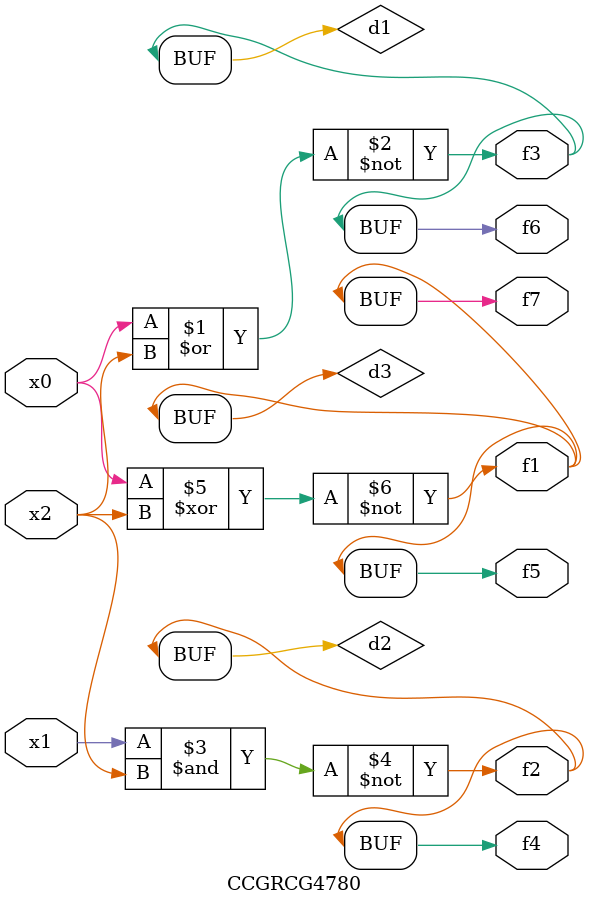
<source format=v>
module CCGRCG4780(
	input x0, x1, x2,
	output f1, f2, f3, f4, f5, f6, f7
);

	wire d1, d2, d3;

	nor (d1, x0, x2);
	nand (d2, x1, x2);
	xnor (d3, x0, x2);
	assign f1 = d3;
	assign f2 = d2;
	assign f3 = d1;
	assign f4 = d2;
	assign f5 = d3;
	assign f6 = d1;
	assign f7 = d3;
endmodule

</source>
